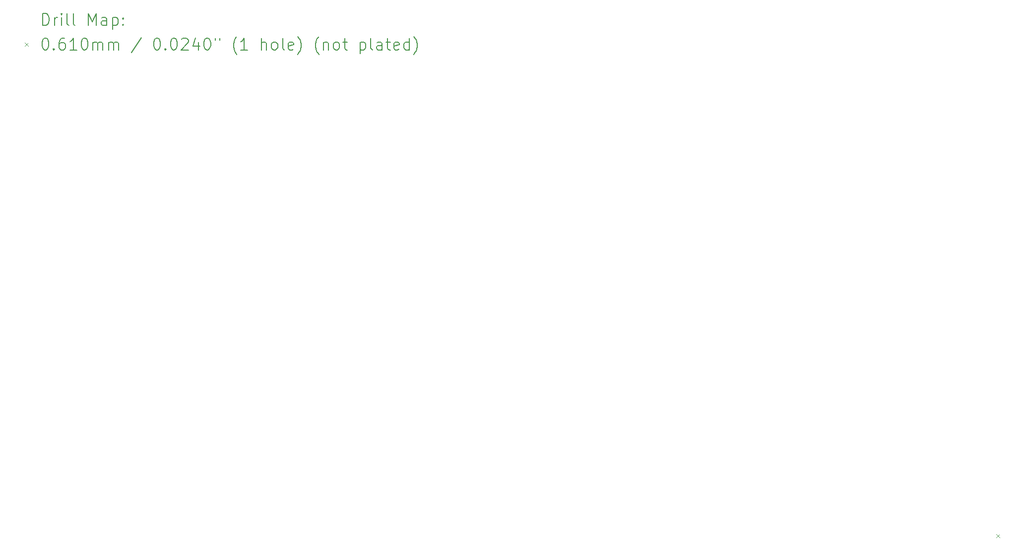
<source format=gbr>
%TF.GenerationSoftware,KiCad,Pcbnew,7.0.1*%
%TF.CreationDate,2023-12-30T02:23:54+00:00*%
%TF.ProjectId,watch_main,77617463-685f-46d6-9169-6e2e6b696361,rev?*%
%TF.SameCoordinates,Original*%
%TF.FileFunction,Drillmap*%
%TF.FilePolarity,Positive*%
%FSLAX45Y45*%
G04 Gerber Fmt 4.5, Leading zero omitted, Abs format (unit mm)*
G04 Created by KiCad (PCBNEW 7.0.1) date 2023-12-30 02:23:54*
%MOMM*%
%LPD*%
G01*
G04 APERTURE LIST*
%ADD10C,0.200000*%
%ADD11C,0.060960*%
G04 APERTURE END LIST*
D10*
D11*
X16519520Y-8999260D02*
X16580480Y-9060220D01*
X16580480Y-8999260D02*
X16519520Y-9060220D01*
D10*
X247619Y-312524D02*
X247619Y-112524D01*
X247619Y-112524D02*
X295238Y-112524D01*
X295238Y-112524D02*
X323810Y-122048D01*
X323810Y-122048D02*
X342857Y-141095D01*
X342857Y-141095D02*
X352381Y-160143D01*
X352381Y-160143D02*
X361905Y-198238D01*
X361905Y-198238D02*
X361905Y-226809D01*
X361905Y-226809D02*
X352381Y-264905D01*
X352381Y-264905D02*
X342857Y-283952D01*
X342857Y-283952D02*
X323810Y-303000D01*
X323810Y-303000D02*
X295238Y-312524D01*
X295238Y-312524D02*
X247619Y-312524D01*
X447619Y-312524D02*
X447619Y-179190D01*
X447619Y-217286D02*
X457143Y-198238D01*
X457143Y-198238D02*
X466667Y-188714D01*
X466667Y-188714D02*
X485714Y-179190D01*
X485714Y-179190D02*
X504762Y-179190D01*
X571429Y-312524D02*
X571429Y-179190D01*
X571429Y-112524D02*
X561905Y-122048D01*
X561905Y-122048D02*
X571429Y-131571D01*
X571429Y-131571D02*
X580952Y-122048D01*
X580952Y-122048D02*
X571429Y-112524D01*
X571429Y-112524D02*
X571429Y-131571D01*
X695238Y-312524D02*
X676190Y-303000D01*
X676190Y-303000D02*
X666667Y-283952D01*
X666667Y-283952D02*
X666667Y-112524D01*
X800000Y-312524D02*
X780952Y-303000D01*
X780952Y-303000D02*
X771428Y-283952D01*
X771428Y-283952D02*
X771428Y-112524D01*
X1028571Y-312524D02*
X1028571Y-112524D01*
X1028571Y-112524D02*
X1095238Y-255381D01*
X1095238Y-255381D02*
X1161905Y-112524D01*
X1161905Y-112524D02*
X1161905Y-312524D01*
X1342857Y-312524D02*
X1342857Y-207762D01*
X1342857Y-207762D02*
X1333333Y-188714D01*
X1333333Y-188714D02*
X1314286Y-179190D01*
X1314286Y-179190D02*
X1276190Y-179190D01*
X1276190Y-179190D02*
X1257143Y-188714D01*
X1342857Y-303000D02*
X1323810Y-312524D01*
X1323810Y-312524D02*
X1276190Y-312524D01*
X1276190Y-312524D02*
X1257143Y-303000D01*
X1257143Y-303000D02*
X1247619Y-283952D01*
X1247619Y-283952D02*
X1247619Y-264905D01*
X1247619Y-264905D02*
X1257143Y-245857D01*
X1257143Y-245857D02*
X1276190Y-236333D01*
X1276190Y-236333D02*
X1323810Y-236333D01*
X1323810Y-236333D02*
X1342857Y-226809D01*
X1438095Y-179190D02*
X1438095Y-379190D01*
X1438095Y-188714D02*
X1457143Y-179190D01*
X1457143Y-179190D02*
X1495238Y-179190D01*
X1495238Y-179190D02*
X1514286Y-188714D01*
X1514286Y-188714D02*
X1523809Y-198238D01*
X1523809Y-198238D02*
X1533333Y-217286D01*
X1533333Y-217286D02*
X1533333Y-274429D01*
X1533333Y-274429D02*
X1523809Y-293476D01*
X1523809Y-293476D02*
X1514286Y-303000D01*
X1514286Y-303000D02*
X1495238Y-312524D01*
X1495238Y-312524D02*
X1457143Y-312524D01*
X1457143Y-312524D02*
X1438095Y-303000D01*
X1619048Y-293476D02*
X1628571Y-303000D01*
X1628571Y-303000D02*
X1619048Y-312524D01*
X1619048Y-312524D02*
X1609524Y-303000D01*
X1609524Y-303000D02*
X1619048Y-293476D01*
X1619048Y-293476D02*
X1619048Y-312524D01*
X1619048Y-188714D02*
X1628571Y-198238D01*
X1628571Y-198238D02*
X1619048Y-207762D01*
X1619048Y-207762D02*
X1609524Y-198238D01*
X1609524Y-198238D02*
X1619048Y-188714D01*
X1619048Y-188714D02*
X1619048Y-207762D01*
D11*
X-60960Y-609520D02*
X0Y-670480D01*
X0Y-609520D02*
X-60960Y-670480D01*
D10*
X285714Y-532524D02*
X304762Y-532524D01*
X304762Y-532524D02*
X323810Y-542048D01*
X323810Y-542048D02*
X333333Y-551571D01*
X333333Y-551571D02*
X342857Y-570619D01*
X342857Y-570619D02*
X352381Y-608714D01*
X352381Y-608714D02*
X352381Y-656333D01*
X352381Y-656333D02*
X342857Y-694429D01*
X342857Y-694429D02*
X333333Y-713476D01*
X333333Y-713476D02*
X323810Y-723000D01*
X323810Y-723000D02*
X304762Y-732524D01*
X304762Y-732524D02*
X285714Y-732524D01*
X285714Y-732524D02*
X266667Y-723000D01*
X266667Y-723000D02*
X257143Y-713476D01*
X257143Y-713476D02*
X247619Y-694429D01*
X247619Y-694429D02*
X238095Y-656333D01*
X238095Y-656333D02*
X238095Y-608714D01*
X238095Y-608714D02*
X247619Y-570619D01*
X247619Y-570619D02*
X257143Y-551571D01*
X257143Y-551571D02*
X266667Y-542048D01*
X266667Y-542048D02*
X285714Y-532524D01*
X438095Y-713476D02*
X447619Y-723000D01*
X447619Y-723000D02*
X438095Y-732524D01*
X438095Y-732524D02*
X428571Y-723000D01*
X428571Y-723000D02*
X438095Y-713476D01*
X438095Y-713476D02*
X438095Y-732524D01*
X619048Y-532524D02*
X580952Y-532524D01*
X580952Y-532524D02*
X561905Y-542048D01*
X561905Y-542048D02*
X552381Y-551571D01*
X552381Y-551571D02*
X533333Y-580143D01*
X533333Y-580143D02*
X523809Y-618238D01*
X523809Y-618238D02*
X523809Y-694429D01*
X523809Y-694429D02*
X533333Y-713476D01*
X533333Y-713476D02*
X542857Y-723000D01*
X542857Y-723000D02*
X561905Y-732524D01*
X561905Y-732524D02*
X600000Y-732524D01*
X600000Y-732524D02*
X619048Y-723000D01*
X619048Y-723000D02*
X628571Y-713476D01*
X628571Y-713476D02*
X638095Y-694429D01*
X638095Y-694429D02*
X638095Y-646810D01*
X638095Y-646810D02*
X628571Y-627762D01*
X628571Y-627762D02*
X619048Y-618238D01*
X619048Y-618238D02*
X600000Y-608714D01*
X600000Y-608714D02*
X561905Y-608714D01*
X561905Y-608714D02*
X542857Y-618238D01*
X542857Y-618238D02*
X533333Y-627762D01*
X533333Y-627762D02*
X523809Y-646810D01*
X828571Y-732524D02*
X714286Y-732524D01*
X771428Y-732524D02*
X771428Y-532524D01*
X771428Y-532524D02*
X752381Y-561095D01*
X752381Y-561095D02*
X733333Y-580143D01*
X733333Y-580143D02*
X714286Y-589667D01*
X952381Y-532524D02*
X971429Y-532524D01*
X971429Y-532524D02*
X990476Y-542048D01*
X990476Y-542048D02*
X1000000Y-551571D01*
X1000000Y-551571D02*
X1009524Y-570619D01*
X1009524Y-570619D02*
X1019048Y-608714D01*
X1019048Y-608714D02*
X1019048Y-656333D01*
X1019048Y-656333D02*
X1009524Y-694429D01*
X1009524Y-694429D02*
X1000000Y-713476D01*
X1000000Y-713476D02*
X990476Y-723000D01*
X990476Y-723000D02*
X971429Y-732524D01*
X971429Y-732524D02*
X952381Y-732524D01*
X952381Y-732524D02*
X933333Y-723000D01*
X933333Y-723000D02*
X923809Y-713476D01*
X923809Y-713476D02*
X914286Y-694429D01*
X914286Y-694429D02*
X904762Y-656333D01*
X904762Y-656333D02*
X904762Y-608714D01*
X904762Y-608714D02*
X914286Y-570619D01*
X914286Y-570619D02*
X923809Y-551571D01*
X923809Y-551571D02*
X933333Y-542048D01*
X933333Y-542048D02*
X952381Y-532524D01*
X1104762Y-732524D02*
X1104762Y-599190D01*
X1104762Y-618238D02*
X1114286Y-608714D01*
X1114286Y-608714D02*
X1133333Y-599190D01*
X1133333Y-599190D02*
X1161905Y-599190D01*
X1161905Y-599190D02*
X1180952Y-608714D01*
X1180952Y-608714D02*
X1190476Y-627762D01*
X1190476Y-627762D02*
X1190476Y-732524D01*
X1190476Y-627762D02*
X1200000Y-608714D01*
X1200000Y-608714D02*
X1219048Y-599190D01*
X1219048Y-599190D02*
X1247619Y-599190D01*
X1247619Y-599190D02*
X1266667Y-608714D01*
X1266667Y-608714D02*
X1276191Y-627762D01*
X1276191Y-627762D02*
X1276191Y-732524D01*
X1371429Y-732524D02*
X1371429Y-599190D01*
X1371429Y-618238D02*
X1380952Y-608714D01*
X1380952Y-608714D02*
X1400000Y-599190D01*
X1400000Y-599190D02*
X1428571Y-599190D01*
X1428571Y-599190D02*
X1447619Y-608714D01*
X1447619Y-608714D02*
X1457143Y-627762D01*
X1457143Y-627762D02*
X1457143Y-732524D01*
X1457143Y-627762D02*
X1466667Y-608714D01*
X1466667Y-608714D02*
X1485714Y-599190D01*
X1485714Y-599190D02*
X1514286Y-599190D01*
X1514286Y-599190D02*
X1533333Y-608714D01*
X1533333Y-608714D02*
X1542857Y-627762D01*
X1542857Y-627762D02*
X1542857Y-732524D01*
X1933333Y-523000D02*
X1761905Y-780143D01*
X2190476Y-532524D02*
X2209524Y-532524D01*
X2209524Y-532524D02*
X2228572Y-542048D01*
X2228572Y-542048D02*
X2238095Y-551571D01*
X2238095Y-551571D02*
X2247619Y-570619D01*
X2247619Y-570619D02*
X2257143Y-608714D01*
X2257143Y-608714D02*
X2257143Y-656333D01*
X2257143Y-656333D02*
X2247619Y-694429D01*
X2247619Y-694429D02*
X2238095Y-713476D01*
X2238095Y-713476D02*
X2228572Y-723000D01*
X2228572Y-723000D02*
X2209524Y-732524D01*
X2209524Y-732524D02*
X2190476Y-732524D01*
X2190476Y-732524D02*
X2171429Y-723000D01*
X2171429Y-723000D02*
X2161905Y-713476D01*
X2161905Y-713476D02*
X2152381Y-694429D01*
X2152381Y-694429D02*
X2142857Y-656333D01*
X2142857Y-656333D02*
X2142857Y-608714D01*
X2142857Y-608714D02*
X2152381Y-570619D01*
X2152381Y-570619D02*
X2161905Y-551571D01*
X2161905Y-551571D02*
X2171429Y-542048D01*
X2171429Y-542048D02*
X2190476Y-532524D01*
X2342857Y-713476D02*
X2352381Y-723000D01*
X2352381Y-723000D02*
X2342857Y-732524D01*
X2342857Y-732524D02*
X2333334Y-723000D01*
X2333334Y-723000D02*
X2342857Y-713476D01*
X2342857Y-713476D02*
X2342857Y-732524D01*
X2476191Y-532524D02*
X2495238Y-532524D01*
X2495238Y-532524D02*
X2514286Y-542048D01*
X2514286Y-542048D02*
X2523810Y-551571D01*
X2523810Y-551571D02*
X2533334Y-570619D01*
X2533334Y-570619D02*
X2542857Y-608714D01*
X2542857Y-608714D02*
X2542857Y-656333D01*
X2542857Y-656333D02*
X2533334Y-694429D01*
X2533334Y-694429D02*
X2523810Y-713476D01*
X2523810Y-713476D02*
X2514286Y-723000D01*
X2514286Y-723000D02*
X2495238Y-732524D01*
X2495238Y-732524D02*
X2476191Y-732524D01*
X2476191Y-732524D02*
X2457143Y-723000D01*
X2457143Y-723000D02*
X2447619Y-713476D01*
X2447619Y-713476D02*
X2438095Y-694429D01*
X2438095Y-694429D02*
X2428572Y-656333D01*
X2428572Y-656333D02*
X2428572Y-608714D01*
X2428572Y-608714D02*
X2438095Y-570619D01*
X2438095Y-570619D02*
X2447619Y-551571D01*
X2447619Y-551571D02*
X2457143Y-542048D01*
X2457143Y-542048D02*
X2476191Y-532524D01*
X2619048Y-551571D02*
X2628572Y-542048D01*
X2628572Y-542048D02*
X2647619Y-532524D01*
X2647619Y-532524D02*
X2695238Y-532524D01*
X2695238Y-532524D02*
X2714286Y-542048D01*
X2714286Y-542048D02*
X2723810Y-551571D01*
X2723810Y-551571D02*
X2733334Y-570619D01*
X2733334Y-570619D02*
X2733334Y-589667D01*
X2733334Y-589667D02*
X2723810Y-618238D01*
X2723810Y-618238D02*
X2609524Y-732524D01*
X2609524Y-732524D02*
X2733334Y-732524D01*
X2904762Y-599190D02*
X2904762Y-732524D01*
X2857143Y-523000D02*
X2809524Y-665857D01*
X2809524Y-665857D02*
X2933333Y-665857D01*
X3047619Y-532524D02*
X3066667Y-532524D01*
X3066667Y-532524D02*
X3085714Y-542048D01*
X3085714Y-542048D02*
X3095238Y-551571D01*
X3095238Y-551571D02*
X3104762Y-570619D01*
X3104762Y-570619D02*
X3114286Y-608714D01*
X3114286Y-608714D02*
X3114286Y-656333D01*
X3114286Y-656333D02*
X3104762Y-694429D01*
X3104762Y-694429D02*
X3095238Y-713476D01*
X3095238Y-713476D02*
X3085714Y-723000D01*
X3085714Y-723000D02*
X3066667Y-732524D01*
X3066667Y-732524D02*
X3047619Y-732524D01*
X3047619Y-732524D02*
X3028572Y-723000D01*
X3028572Y-723000D02*
X3019048Y-713476D01*
X3019048Y-713476D02*
X3009524Y-694429D01*
X3009524Y-694429D02*
X3000000Y-656333D01*
X3000000Y-656333D02*
X3000000Y-608714D01*
X3000000Y-608714D02*
X3009524Y-570619D01*
X3009524Y-570619D02*
X3019048Y-551571D01*
X3019048Y-551571D02*
X3028572Y-542048D01*
X3028572Y-542048D02*
X3047619Y-532524D01*
X3190476Y-532524D02*
X3190476Y-570619D01*
X3266667Y-532524D02*
X3266667Y-570619D01*
X3561905Y-808714D02*
X3552381Y-799190D01*
X3552381Y-799190D02*
X3533334Y-770619D01*
X3533334Y-770619D02*
X3523810Y-751571D01*
X3523810Y-751571D02*
X3514286Y-723000D01*
X3514286Y-723000D02*
X3504762Y-675381D01*
X3504762Y-675381D02*
X3504762Y-637286D01*
X3504762Y-637286D02*
X3514286Y-589667D01*
X3514286Y-589667D02*
X3523810Y-561095D01*
X3523810Y-561095D02*
X3533334Y-542048D01*
X3533334Y-542048D02*
X3552381Y-513476D01*
X3552381Y-513476D02*
X3561905Y-503952D01*
X3742857Y-732524D02*
X3628572Y-732524D01*
X3685714Y-732524D02*
X3685714Y-532524D01*
X3685714Y-532524D02*
X3666667Y-561095D01*
X3666667Y-561095D02*
X3647619Y-580143D01*
X3647619Y-580143D02*
X3628572Y-589667D01*
X3980953Y-732524D02*
X3980953Y-532524D01*
X4066667Y-732524D02*
X4066667Y-627762D01*
X4066667Y-627762D02*
X4057143Y-608714D01*
X4057143Y-608714D02*
X4038096Y-599190D01*
X4038096Y-599190D02*
X4009524Y-599190D01*
X4009524Y-599190D02*
X3990476Y-608714D01*
X3990476Y-608714D02*
X3980953Y-618238D01*
X4190476Y-732524D02*
X4171429Y-723000D01*
X4171429Y-723000D02*
X4161905Y-713476D01*
X4161905Y-713476D02*
X4152381Y-694429D01*
X4152381Y-694429D02*
X4152381Y-637286D01*
X4152381Y-637286D02*
X4161905Y-618238D01*
X4161905Y-618238D02*
X4171429Y-608714D01*
X4171429Y-608714D02*
X4190476Y-599190D01*
X4190476Y-599190D02*
X4219048Y-599190D01*
X4219048Y-599190D02*
X4238096Y-608714D01*
X4238096Y-608714D02*
X4247619Y-618238D01*
X4247619Y-618238D02*
X4257143Y-637286D01*
X4257143Y-637286D02*
X4257143Y-694429D01*
X4257143Y-694429D02*
X4247619Y-713476D01*
X4247619Y-713476D02*
X4238096Y-723000D01*
X4238096Y-723000D02*
X4219048Y-732524D01*
X4219048Y-732524D02*
X4190476Y-732524D01*
X4371429Y-732524D02*
X4352381Y-723000D01*
X4352381Y-723000D02*
X4342858Y-703952D01*
X4342858Y-703952D02*
X4342858Y-532524D01*
X4523810Y-723000D02*
X4504762Y-732524D01*
X4504762Y-732524D02*
X4466667Y-732524D01*
X4466667Y-732524D02*
X4447619Y-723000D01*
X4447619Y-723000D02*
X4438096Y-703952D01*
X4438096Y-703952D02*
X4438096Y-627762D01*
X4438096Y-627762D02*
X4447619Y-608714D01*
X4447619Y-608714D02*
X4466667Y-599190D01*
X4466667Y-599190D02*
X4504762Y-599190D01*
X4504762Y-599190D02*
X4523810Y-608714D01*
X4523810Y-608714D02*
X4533334Y-627762D01*
X4533334Y-627762D02*
X4533334Y-646810D01*
X4533334Y-646810D02*
X4438096Y-665857D01*
X4600000Y-808714D02*
X4609524Y-799190D01*
X4609524Y-799190D02*
X4628572Y-770619D01*
X4628572Y-770619D02*
X4638096Y-751571D01*
X4638096Y-751571D02*
X4647619Y-723000D01*
X4647619Y-723000D02*
X4657143Y-675381D01*
X4657143Y-675381D02*
X4657143Y-637286D01*
X4657143Y-637286D02*
X4647619Y-589667D01*
X4647619Y-589667D02*
X4638096Y-561095D01*
X4638096Y-561095D02*
X4628572Y-542048D01*
X4628572Y-542048D02*
X4609524Y-513476D01*
X4609524Y-513476D02*
X4600000Y-503952D01*
X4961905Y-808714D02*
X4952381Y-799190D01*
X4952381Y-799190D02*
X4933334Y-770619D01*
X4933334Y-770619D02*
X4923810Y-751571D01*
X4923810Y-751571D02*
X4914286Y-723000D01*
X4914286Y-723000D02*
X4904762Y-675381D01*
X4904762Y-675381D02*
X4904762Y-637286D01*
X4904762Y-637286D02*
X4914286Y-589667D01*
X4914286Y-589667D02*
X4923810Y-561095D01*
X4923810Y-561095D02*
X4933334Y-542048D01*
X4933334Y-542048D02*
X4952381Y-513476D01*
X4952381Y-513476D02*
X4961905Y-503952D01*
X5038096Y-599190D02*
X5038096Y-732524D01*
X5038096Y-618238D02*
X5047619Y-608714D01*
X5047619Y-608714D02*
X5066667Y-599190D01*
X5066667Y-599190D02*
X5095239Y-599190D01*
X5095239Y-599190D02*
X5114286Y-608714D01*
X5114286Y-608714D02*
X5123810Y-627762D01*
X5123810Y-627762D02*
X5123810Y-732524D01*
X5247619Y-732524D02*
X5228572Y-723000D01*
X5228572Y-723000D02*
X5219048Y-713476D01*
X5219048Y-713476D02*
X5209524Y-694429D01*
X5209524Y-694429D02*
X5209524Y-637286D01*
X5209524Y-637286D02*
X5219048Y-618238D01*
X5219048Y-618238D02*
X5228572Y-608714D01*
X5228572Y-608714D02*
X5247619Y-599190D01*
X5247619Y-599190D02*
X5276191Y-599190D01*
X5276191Y-599190D02*
X5295239Y-608714D01*
X5295239Y-608714D02*
X5304762Y-618238D01*
X5304762Y-618238D02*
X5314286Y-637286D01*
X5314286Y-637286D02*
X5314286Y-694429D01*
X5314286Y-694429D02*
X5304762Y-713476D01*
X5304762Y-713476D02*
X5295239Y-723000D01*
X5295239Y-723000D02*
X5276191Y-732524D01*
X5276191Y-732524D02*
X5247619Y-732524D01*
X5371429Y-599190D02*
X5447619Y-599190D01*
X5400000Y-532524D02*
X5400000Y-703952D01*
X5400000Y-703952D02*
X5409524Y-723000D01*
X5409524Y-723000D02*
X5428572Y-732524D01*
X5428572Y-732524D02*
X5447619Y-732524D01*
X5666667Y-599190D02*
X5666667Y-799190D01*
X5666667Y-608714D02*
X5685715Y-599190D01*
X5685715Y-599190D02*
X5723810Y-599190D01*
X5723810Y-599190D02*
X5742858Y-608714D01*
X5742858Y-608714D02*
X5752381Y-618238D01*
X5752381Y-618238D02*
X5761905Y-637286D01*
X5761905Y-637286D02*
X5761905Y-694429D01*
X5761905Y-694429D02*
X5752381Y-713476D01*
X5752381Y-713476D02*
X5742858Y-723000D01*
X5742858Y-723000D02*
X5723810Y-732524D01*
X5723810Y-732524D02*
X5685715Y-732524D01*
X5685715Y-732524D02*
X5666667Y-723000D01*
X5876191Y-732524D02*
X5857143Y-723000D01*
X5857143Y-723000D02*
X5847619Y-703952D01*
X5847619Y-703952D02*
X5847619Y-532524D01*
X6038096Y-732524D02*
X6038096Y-627762D01*
X6038096Y-627762D02*
X6028572Y-608714D01*
X6028572Y-608714D02*
X6009524Y-599190D01*
X6009524Y-599190D02*
X5971429Y-599190D01*
X5971429Y-599190D02*
X5952381Y-608714D01*
X6038096Y-723000D02*
X6019048Y-732524D01*
X6019048Y-732524D02*
X5971429Y-732524D01*
X5971429Y-732524D02*
X5952381Y-723000D01*
X5952381Y-723000D02*
X5942858Y-703952D01*
X5942858Y-703952D02*
X5942858Y-684905D01*
X5942858Y-684905D02*
X5952381Y-665857D01*
X5952381Y-665857D02*
X5971429Y-656333D01*
X5971429Y-656333D02*
X6019048Y-656333D01*
X6019048Y-656333D02*
X6038096Y-646810D01*
X6104762Y-599190D02*
X6180953Y-599190D01*
X6133334Y-532524D02*
X6133334Y-703952D01*
X6133334Y-703952D02*
X6142858Y-723000D01*
X6142858Y-723000D02*
X6161905Y-732524D01*
X6161905Y-732524D02*
X6180953Y-732524D01*
X6323810Y-723000D02*
X6304762Y-732524D01*
X6304762Y-732524D02*
X6266667Y-732524D01*
X6266667Y-732524D02*
X6247619Y-723000D01*
X6247619Y-723000D02*
X6238096Y-703952D01*
X6238096Y-703952D02*
X6238096Y-627762D01*
X6238096Y-627762D02*
X6247619Y-608714D01*
X6247619Y-608714D02*
X6266667Y-599190D01*
X6266667Y-599190D02*
X6304762Y-599190D01*
X6304762Y-599190D02*
X6323810Y-608714D01*
X6323810Y-608714D02*
X6333334Y-627762D01*
X6333334Y-627762D02*
X6333334Y-646810D01*
X6333334Y-646810D02*
X6238096Y-665857D01*
X6504762Y-732524D02*
X6504762Y-532524D01*
X6504762Y-723000D02*
X6485715Y-732524D01*
X6485715Y-732524D02*
X6447619Y-732524D01*
X6447619Y-732524D02*
X6428572Y-723000D01*
X6428572Y-723000D02*
X6419048Y-713476D01*
X6419048Y-713476D02*
X6409524Y-694429D01*
X6409524Y-694429D02*
X6409524Y-637286D01*
X6409524Y-637286D02*
X6419048Y-618238D01*
X6419048Y-618238D02*
X6428572Y-608714D01*
X6428572Y-608714D02*
X6447619Y-599190D01*
X6447619Y-599190D02*
X6485715Y-599190D01*
X6485715Y-599190D02*
X6504762Y-608714D01*
X6580953Y-808714D02*
X6590477Y-799190D01*
X6590477Y-799190D02*
X6609524Y-770619D01*
X6609524Y-770619D02*
X6619048Y-751571D01*
X6619048Y-751571D02*
X6628572Y-723000D01*
X6628572Y-723000D02*
X6638096Y-675381D01*
X6638096Y-675381D02*
X6638096Y-637286D01*
X6638096Y-637286D02*
X6628572Y-589667D01*
X6628572Y-589667D02*
X6619048Y-561095D01*
X6619048Y-561095D02*
X6609524Y-542048D01*
X6609524Y-542048D02*
X6590477Y-513476D01*
X6590477Y-513476D02*
X6580953Y-503952D01*
M02*

</source>
